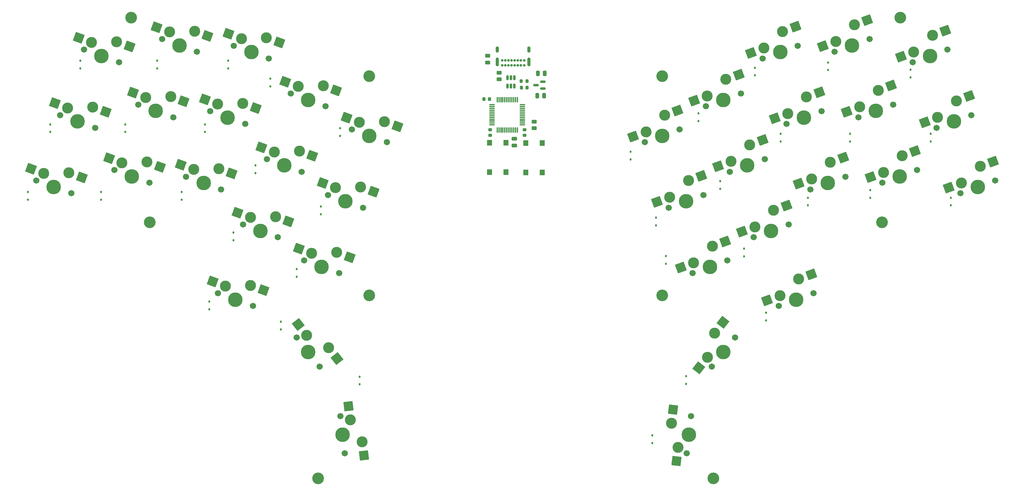
<source format=gbr>
%TF.GenerationSoftware,KiCad,Pcbnew,(7.0.0)*%
%TF.CreationDate,2023-03-24T16:17:47-04:00*%
%TF.ProjectId,pteropus,70746572-6f70-4757-932e-6b696361645f,rev?*%
%TF.SameCoordinates,Original*%
%TF.FileFunction,Soldermask,Bot*%
%TF.FilePolarity,Negative*%
%FSLAX46Y46*%
G04 Gerber Fmt 4.6, Leading zero omitted, Abs format (unit mm)*
G04 Created by KiCad (PCBNEW (7.0.0)) date 2023-03-24 16:17:47*
%MOMM*%
%LPD*%
G01*
G04 APERTURE LIST*
G04 Aperture macros list*
%AMRoundRect*
0 Rectangle with rounded corners*
0 $1 Rounding radius*
0 $2 $3 $4 $5 $6 $7 $8 $9 X,Y pos of 4 corners*
0 Add a 4 corners polygon primitive as box body*
4,1,4,$2,$3,$4,$5,$6,$7,$8,$9,$2,$3,0*
0 Add four circle primitives for the rounded corners*
1,1,$1+$1,$2,$3*
1,1,$1+$1,$4,$5*
1,1,$1+$1,$6,$7*
1,1,$1+$1,$8,$9*
0 Add four rect primitives between the rounded corners*
20,1,$1+$1,$2,$3,$4,$5,0*
20,1,$1+$1,$4,$5,$6,$7,0*
20,1,$1+$1,$6,$7,$8,$9,0*
20,1,$1+$1,$8,$9,$2,$3,0*%
%AMRotRect*
0 Rectangle, with rotation*
0 The origin of the aperture is its center*
0 $1 length*
0 $2 width*
0 $3 Rotation angle, in degrees counterclockwise*
0 Add horizontal line*
21,1,$1,$2,0,0,$3*%
G04 Aperture macros list end*
%ADD10C,1.701800*%
%ADD11C,3.000000*%
%ADD12C,3.987800*%
%ADD13RotRect,2.550000X2.500000X20.000000*%
%ADD14RotRect,2.550000X2.500000X340.000000*%
%ADD15C,3.200000*%
%ADD16RotRect,2.550000X2.500000X308.410000*%
%ADD17RotRect,2.550000X2.500000X51.590000*%
%ADD18RotRect,2.550000X2.500000X276.810000*%
%ADD19RotRect,2.550000X2.500000X83.190000*%
%ADD20RoundRect,0.112500X0.112500X-0.187500X0.112500X0.187500X-0.112500X0.187500X-0.112500X-0.187500X0*%
%ADD21R,1.400000X1.600000*%
%ADD22RoundRect,0.250000X0.450000X-0.262500X0.450000X0.262500X-0.450000X0.262500X-0.450000X-0.262500X0*%
%ADD23RoundRect,0.250000X0.475000X-0.250000X0.475000X0.250000X-0.475000X0.250000X-0.475000X-0.250000X0*%
%ADD24RoundRect,0.225000X-0.225000X-0.250000X0.225000X-0.250000X0.225000X0.250000X-0.225000X0.250000X0*%
%ADD25RoundRect,0.150000X0.150000X-0.512500X0.150000X0.512500X-0.150000X0.512500X-0.150000X-0.512500X0*%
%ADD26RoundRect,0.250000X-0.250000X-0.475000X0.250000X-0.475000X0.250000X0.475000X-0.250000X0.475000X0*%
%ADD27RoundRect,0.112500X-0.112500X0.187500X-0.112500X-0.187500X0.112500X-0.187500X0.112500X0.187500X0*%
%ADD28C,0.700000*%
%ADD29O,0.900000X1.700000*%
%ADD30O,0.900000X2.400000*%
%ADD31RoundRect,0.225000X0.225000X0.250000X-0.225000X0.250000X-0.225000X-0.250000X0.225000X-0.250000X0*%
%ADD32RoundRect,0.200000X-0.200000X-0.275000X0.200000X-0.275000X0.200000X0.275000X-0.200000X0.275000X0*%
%ADD33RoundRect,0.250000X-0.450000X0.262500X-0.450000X-0.262500X0.450000X-0.262500X0.450000X0.262500X0*%
%ADD34RoundRect,0.250000X0.250000X0.475000X-0.250000X0.475000X-0.250000X-0.475000X0.250000X-0.475000X0*%
%ADD35RoundRect,0.075000X0.075000X-0.662500X0.075000X0.662500X-0.075000X0.662500X-0.075000X-0.662500X0*%
%ADD36RoundRect,0.075000X0.662500X-0.075000X0.662500X0.075000X-0.662500X0.075000X-0.662500X-0.075000X0*%
%ADD37RoundRect,0.225000X-0.250000X0.225000X-0.250000X-0.225000X0.250000X-0.225000X0.250000X0.225000X0*%
%ADD38RoundRect,0.150000X0.587500X0.150000X-0.587500X0.150000X-0.587500X-0.150000X0.587500X-0.150000X0*%
G04 APERTURE END LIST*
D10*
%TO.C,SW19*%
X58445361Y-31167462D03*
D11*
X58770040Y-28346277D03*
D12*
X63219000Y-29430000D03*
D11*
X63868357Y-23787630D03*
D10*
X67992639Y-27692538D03*
D13*
X67392203Y-22505054D03*
X55246192Y-29628852D03*
%TD*%
D10*
%TO.C,SW27*%
X-57804639Y-55398538D03*
D11*
X-55742498Y-53446084D03*
D12*
X-53031000Y-57136000D03*
D11*
X-48906718Y-53231093D03*
D10*
X-48257361Y-58873462D03*
D14*
X-45382870Y-54513667D03*
X-59266344Y-52163507D03*
%TD*%
D15*
%TO.C,H3*%
X105000000Y11000000D03*
%TD*%
D10*
%TO.C,SW5*%
X-76984639Y3301462D03*
D11*
X-74922498Y5253916D03*
D12*
X-72211000Y1564000D03*
D11*
X-68086718Y5468907D03*
D10*
X-67437361Y-173462D03*
D14*
X-64562870Y4186331D03*
X-78446344Y6536491D03*
%TD*%
D10*
%TO.C,SW18*%
X41741361Y-40971462D03*
D11*
X42066040Y-38150277D03*
D12*
X46515000Y-39234000D03*
D11*
X47164357Y-33591630D03*
D10*
X51288639Y-37496538D03*
D13*
X50688203Y-32309054D03*
X38542192Y-39432852D03*
%TD*%
D10*
%TO.C,SW12*%
X108369361Y-1237462D03*
D11*
X108694040Y1583723D03*
D12*
X113143000Y500000D03*
D11*
X113792357Y6142370D03*
D10*
X117916639Y2237462D03*
D13*
X117316203Y7424944D03*
X105170192Y301146D03*
%TD*%
D10*
%TO.C,SW10*%
X67437361Y-173462D03*
D11*
X67762040Y2647723D03*
D12*
X72211000Y1564000D03*
D11*
X72860357Y7206370D03*
D10*
X76984639Y3301462D03*
D13*
X76384203Y8488944D03*
X64238192Y1365146D03*
%TD*%
D15*
%TO.C,H8*%
X-100000000Y-45000000D03*
%TD*%
D10*
%TO.C,SW11*%
X87048361Y1643538D03*
D11*
X87373040Y4464723D03*
D12*
X91822000Y3381000D03*
D11*
X92471357Y9023370D03*
D10*
X96595639Y5118462D03*
D13*
X95995203Y10305944D03*
X83849192Y3182146D03*
%TD*%
D10*
%TO.C,SW16*%
X-67993639Y-27692538D03*
D11*
X-65931498Y-25740084D03*
D12*
X-63220000Y-29430000D03*
D11*
X-59095718Y-25525093D03*
D10*
X-58446361Y-31167462D03*
D14*
X-55571870Y-26807667D03*
X-69455344Y-24457507D03*
%TD*%
D10*
%TO.C,SW4*%
X-96596639Y5118462D03*
D11*
X-94534498Y7070916D03*
D12*
X-91823000Y3381000D03*
D11*
X-87698718Y7285907D03*
D10*
X-87049361Y1643538D03*
D14*
X-84174870Y6003331D03*
X-98058344Y8353491D03*
%TD*%
D10*
%TO.C,SW14*%
X-103111639Y-12782538D03*
D11*
X-101049498Y-10830084D03*
D12*
X-98338000Y-14520000D03*
D11*
X-94213718Y-10615093D03*
D10*
X-93564361Y-16257462D03*
D14*
X-90689870Y-11897667D03*
X-104573344Y-9547507D03*
%TD*%
D10*
%TO.C,SW25*%
X-90015639Y-32500538D03*
D11*
X-87953498Y-30548084D03*
D12*
X-85242000Y-34238000D03*
D11*
X-81117718Y-30333093D03*
D10*
X-80468361Y-35975462D03*
D14*
X-77593870Y-31615667D03*
X-91477344Y-29265507D03*
%TD*%
D10*
%TO.C,SW8*%
X35226361Y-23070462D03*
D11*
X35551040Y-20249277D03*
D12*
X40000000Y-21333000D03*
D11*
X40649357Y-15690630D03*
D10*
X44773639Y-19595538D03*
D13*
X44173203Y-14408054D03*
X32027192Y-21531852D03*
%TD*%
D10*
%TO.C,SW15*%
X-83468639Y-14599538D03*
D11*
X-81406498Y-12647084D03*
D12*
X-78695000Y-16337000D03*
D11*
X-74570718Y-12432093D03*
D10*
X-73921361Y-18074462D03*
D14*
X-71046870Y-13714667D03*
X-84930344Y-11364507D03*
%TD*%
D10*
%TO.C,SW28*%
X48257361Y-58873462D03*
D11*
X48582040Y-56052277D03*
D12*
X53031000Y-57136000D03*
D11*
X53680357Y-51493630D03*
D10*
X57804639Y-55398538D03*
D13*
X57204203Y-50211054D03*
X45058192Y-57334852D03*
%TD*%
D10*
%TO.C,SW3*%
X-117917639Y2237462D03*
D11*
X-115855498Y4189916D03*
D12*
X-113144000Y500000D03*
D11*
X-109019718Y4404907D03*
D10*
X-108370361Y-1237462D03*
D14*
X-105495870Y3122331D03*
X-119379344Y5472491D03*
%TD*%
D15*
%TO.C,H6*%
X-40000000Y-65000000D03*
%TD*%
D10*
%TO.C,SW20*%
X73952361Y-18074462D03*
D11*
X74277040Y-15253277D03*
D12*
X78726000Y-16337000D03*
D11*
X79375357Y-10694630D03*
D10*
X83499639Y-14599538D03*
D13*
X82899203Y-9412054D03*
X70753192Y-16535852D03*
%TD*%
D15*
%TO.C,H1*%
X-105000000Y11000000D03*
%TD*%
D10*
%TO.C,SW34*%
X-59860126Y-76474388D03*
D11*
X-57080788Y-75891478D03*
D12*
X-56704000Y-80455000D03*
D11*
X-51145325Y-79289180D03*
D10*
X-53547874Y-84435612D03*
D16*
X-48815507Y-82227623D03*
X-59410604Y-72953033D03*
%TD*%
D10*
%TO.C,SW38*%
X71801361Y-67862462D03*
D11*
X72126040Y-65041277D03*
D12*
X76575000Y-66125000D03*
D11*
X77224357Y-60482630D03*
D10*
X81348639Y-64387538D03*
D13*
X80748203Y-59200054D03*
X68602192Y-66323852D03*
%TD*%
D10*
%TO.C,SW26*%
X-74508639Y-45593538D03*
D11*
X-72446498Y-43641084D03*
D12*
X-69735000Y-47331000D03*
D11*
X-65610718Y-43426093D03*
D10*
X-64961361Y-49068462D03*
D14*
X-62086870Y-44708667D03*
X-75970344Y-42358507D03*
%TD*%
D10*
%TO.C,SW24*%
X-109627639Y-30683538D03*
D11*
X-107565498Y-28731084D03*
D12*
X-104854000Y-32421000D03*
D11*
X-100729718Y-28516093D03*
D10*
X-100080361Y-34158462D03*
D14*
X-97205870Y-29798667D03*
X-111089344Y-27448507D03*
%TD*%
D15*
%TO.C,H7*%
X-40000000Y-5000000D03*
%TD*%
D10*
%TO.C,SW22*%
X114885361Y-19138462D03*
D11*
X115210040Y-16317277D03*
D12*
X119659000Y-17401000D03*
D11*
X120308357Y-11758630D03*
D10*
X124432639Y-15663538D03*
D13*
X123832203Y-10476054D03*
X111686192Y-17599852D03*
%TD*%
D10*
%TO.C,SW33*%
X-81349639Y-64387538D03*
D11*
X-79287498Y-62435084D03*
D12*
X-76576000Y-66125000D03*
D11*
X-72451718Y-62220093D03*
D10*
X-71802361Y-67862462D03*
D14*
X-68927870Y-63502667D03*
X-82811344Y-61152507D03*
%TD*%
D10*
%TO.C,SW32*%
X121400361Y-37039462D03*
D11*
X121725040Y-34218277D03*
D12*
X126174000Y-35302000D03*
D11*
X126823357Y-29659630D03*
D10*
X130947639Y-33564538D03*
D13*
X130347203Y-28377054D03*
X118201192Y-35500852D03*
%TD*%
D10*
%TO.C,SW37*%
X53546874Y-84435612D03*
D11*
X52345600Y-81862396D03*
D12*
X56703000Y-80455000D03*
D11*
X54300451Y-75308568D03*
D10*
X59859126Y-76474388D03*
D17*
X56630267Y-72370124D03*
X50015782Y-84800839D03*
%TD*%
D10*
%TO.C,SW9*%
X51930361Y-13266462D03*
D11*
X52255040Y-10445277D03*
D12*
X56704000Y-11529000D03*
D11*
X57353357Y-5886630D03*
D10*
X61477639Y-9791538D03*
D13*
X60877203Y-4604054D03*
X48731192Y-11727852D03*
%TD*%
D10*
%TO.C,SW6*%
X-61477639Y-9791538D03*
D11*
X-59415498Y-7839084D03*
D12*
X-56704000Y-11529000D03*
D11*
X-52579718Y-7624093D03*
D10*
X-51930361Y-13266462D03*
D14*
X-49055870Y-8906667D03*
X-62939344Y-6556507D03*
%TD*%
D10*
%TO.C,SW7*%
X-44773639Y-19595538D03*
D11*
X-42711498Y-17643084D03*
D12*
X-40000000Y-21333000D03*
D11*
X-35875718Y-17428093D03*
D10*
X-35226361Y-23070462D03*
D14*
X-32351870Y-18710667D03*
X-46235344Y-16360507D03*
%TD*%
D15*
%TO.C,H5*%
X100000000Y-45000000D03*
%TD*%
%TO.C,H4*%
X40000000Y-65000000D03*
%TD*%
D10*
%TO.C,SW31*%
X100079361Y-34158462D03*
D11*
X100404040Y-31337277D03*
D12*
X104853000Y-32421000D03*
D11*
X105502357Y-26778630D03*
D10*
X109626639Y-30683538D03*
D13*
X109026203Y-25496054D03*
X96880192Y-32619852D03*
%TD*%
D10*
%TO.C,SW13*%
X-124433639Y-15663538D03*
D11*
X-122371498Y-13711084D03*
D12*
X-119660000Y-17401000D03*
D11*
X-115535718Y-13496093D03*
D10*
X-114886361Y-19138462D03*
D14*
X-112011870Y-14778667D03*
X-125895344Y-12428507D03*
%TD*%
D10*
%TO.C,SW30*%
X80468361Y-35975462D03*
D11*
X80793040Y-33154277D03*
D12*
X85242000Y-34238000D03*
D11*
X85891357Y-28595630D03*
D10*
X90015639Y-32500538D03*
D13*
X89415203Y-27313054D03*
X77269192Y-34436852D03*
%TD*%
D10*
%TO.C,SW21*%
X93563361Y-16257462D03*
D11*
X93888040Y-13436277D03*
D12*
X98337000Y-14520000D03*
D11*
X98986357Y-8877630D03*
D10*
X103110639Y-12782538D03*
D13*
X102510203Y-7595054D03*
X90364192Y-14718852D03*
%TD*%
D10*
%TO.C,SW29*%
X64961361Y-49068462D03*
D11*
X65286040Y-46247277D03*
D12*
X69735000Y-47331000D03*
D11*
X70384357Y-41688630D03*
D10*
X74508639Y-45593538D03*
D13*
X73908203Y-40406054D03*
X61762192Y-47529852D03*
%TD*%
D15*
%TO.C,H2*%
X40000000Y-5000000D03*
%TD*%
D10*
%TO.C,SW35*%
X-47887373Y-98027840D03*
D11*
X-45214700Y-98987694D03*
D12*
X-47285000Y-103072000D03*
D11*
X-41939654Y-104991707D03*
D10*
X-46682627Y-108116160D03*
D18*
X-41494988Y-108715249D03*
X-45659363Y-95264150D03*
%TD*%
D10*
%TO.C,SW17*%
X-51289639Y-37496538D03*
D11*
X-49227498Y-35544084D03*
D12*
X-46516000Y-39234000D03*
D11*
X-42391718Y-35329093D03*
D10*
X-41742361Y-40971462D03*
D14*
X-38867870Y-36611667D03*
X-52751344Y-34261507D03*
%TD*%
D15*
%TO.C,H10*%
X54000000Y-115000000D03*
%TD*%
D10*
%TO.C,SW36*%
X46681627Y-108116160D03*
D11*
X44310141Y-106553934D03*
D12*
X47284000Y-103072000D03*
D11*
X42541027Y-99947548D03*
D10*
X47886373Y-98027840D03*
D19*
X42985690Y-96224003D03*
X43865475Y-110277476D03*
%TD*%
D10*
%TO.C,SW23*%
X-130948639Y-33564538D03*
D11*
X-128886498Y-31612084D03*
D12*
X-126175000Y-35302000D03*
D11*
X-122050718Y-31397093D03*
D10*
X-121401361Y-37039462D03*
D14*
X-118526870Y-32679667D03*
X-132410344Y-30329507D03*
%TD*%
D15*
%TO.C,H9*%
X-54000000Y-115000000D03*
%TD*%
D20*
%TO.C,D25*%
X-59800000Y-59900000D03*
X-59800000Y-57800000D03*
%TD*%
%TO.C,D6*%
X31325000Y-27800000D03*
X31325000Y-25700000D03*
%TD*%
%TO.C,D29*%
X96840000Y-38290000D03*
X96840000Y-36190000D03*
%TD*%
%TO.C,D7*%
X49900000Y-17300000D03*
X49900000Y-15200000D03*
%TD*%
%TO.C,D9*%
X85325000Y-3362500D03*
X85325000Y-1262500D03*
%TD*%
%TO.C,D21*%
X-133221250Y-38762500D03*
X-133221250Y-36662500D03*
%TD*%
D21*
%TO.C,SW2*%
X-7199999Y-23249999D03*
X-7199999Y-31249999D03*
X-2699999Y-23249999D03*
X-2699999Y-31249999D03*
%TD*%
D20*
%TO.C,D10*%
X107825000Y-5362500D03*
X107825000Y-3262500D03*
%TD*%
D22*
%TO.C,R1*%
X5000000Y-19262500D03*
X5000000Y-17437500D03*
%TD*%
D23*
%TO.C,C3*%
X-400000Y-24000000D03*
X-400000Y-22100000D03*
%TD*%
D24*
%TO.C,C4*%
X1525000Y-8150000D03*
X3075000Y-8150000D03*
%TD*%
D20*
%TO.C,D27*%
X62325000Y-54300000D03*
X62325000Y-52200000D03*
%TD*%
D25*
%TO.C,U2*%
X-372548Y-7724244D03*
X-1322548Y-7724244D03*
X-2272548Y-7724244D03*
X-2272548Y-5449244D03*
X-1322548Y-5449244D03*
X-372548Y-5449244D03*
%TD*%
D20*
%TO.C,D30*%
X118825000Y-40362500D03*
X118825000Y-38262500D03*
%TD*%
D21*
%TO.C,SW1*%
X7199999Y-31349999D03*
X7199999Y-23349999D03*
X2699999Y-31349999D03*
X2699999Y-23349999D03*
%TD*%
D26*
%TO.C,C1*%
X6027452Y-4250000D03*
X7927452Y-4250000D03*
%TD*%
D20*
%TO.C,D11*%
X-127175000Y-20300000D03*
X-127175000Y-18200000D03*
%TD*%
%TO.C,D28*%
X79825000Y-40362500D03*
X79825000Y-38262500D03*
%TD*%
%TO.C,D17*%
X55825000Y-35862500D03*
X55825000Y-33762500D03*
%TD*%
D27*
%TO.C,D26*%
X41000000Y-54200000D03*
X41000000Y-56300000D03*
%TD*%
D20*
%TO.C,D5*%
X-48000000Y-21370000D03*
X-48000000Y-19270000D03*
%TD*%
%TO.C,D31*%
X-83675000Y-68800000D03*
X-83675000Y-66700000D03*
%TD*%
D28*
%TO.C,J1*%
X-3672524Y-2076744D03*
X-2822524Y-2076744D03*
X-1972524Y-2076744D03*
X-1122524Y-2076744D03*
X-272524Y-2076744D03*
X577476Y-2076744D03*
X1427476Y-2076744D03*
X2277476Y-2076744D03*
X2277476Y-726744D03*
X1427476Y-726744D03*
X577476Y-726744D03*
X-272524Y-726744D03*
X-1122524Y-726744D03*
X-1972524Y-726744D03*
X-2822524Y-726744D03*
X-3672524Y-726744D03*
D29*
X-5022523Y2283255D03*
D30*
X-5022523Y-1096743D03*
D29*
X3627475Y2283255D03*
D30*
X3627475Y-1096743D03*
%TD*%
D20*
%TO.C,D35*%
X46500000Y-89200000D03*
X46500000Y-87100000D03*
%TD*%
D31*
%TO.C,C6*%
X-7125000Y-11250000D03*
X-8675000Y-11250000D03*
%TD*%
D20*
%TO.C,D15*%
X-53200000Y-42800000D03*
X-53200000Y-40700000D03*
%TD*%
%TO.C,D4*%
X-67000000Y-7800000D03*
X-67000000Y-5700000D03*
%TD*%
%TO.C,D3*%
X-78500000Y-2900000D03*
X-78500000Y-800000D03*
%TD*%
%TO.C,D1*%
X-118900000Y-2900000D03*
X-118900000Y-800000D03*
%TD*%
%TO.C,D36*%
X68325000Y-71800000D03*
X68325000Y-69700000D03*
%TD*%
%TO.C,D20*%
X113325000Y-22862500D03*
X113325000Y-20762500D03*
%TD*%
%TO.C,D2*%
X-97900000Y-2900000D03*
X-97900000Y-800000D03*
%TD*%
%TO.C,D12*%
X-106675000Y-20300000D03*
X-106675000Y-18200000D03*
%TD*%
D32*
%TO.C,FB1*%
X1437500Y-6386744D03*
X3087500Y-6386744D03*
%TD*%
D20*
%TO.C,D16*%
X38325000Y-45800000D03*
X38325000Y-43700000D03*
%TD*%
%TO.C,D8*%
X65325000Y-4800000D03*
X65325000Y-2700000D03*
%TD*%
D33*
%TO.C,R2*%
X-4500000Y-4074244D03*
X-4500000Y-5899244D03*
%TD*%
D20*
%TO.C,D14*%
X-71100000Y-31500000D03*
X-71100000Y-29400000D03*
%TD*%
D34*
%TO.C,C2*%
X7750000Y-10350000D03*
X5850000Y-10350000D03*
%TD*%
D27*
%TO.C,D34*%
X37325000Y-103262500D03*
X37325000Y-105362500D03*
%TD*%
D35*
%TO.C,U3*%
X427452Y-19749244D03*
X-72548Y-19749244D03*
X-572548Y-19749244D03*
X-1072548Y-19749244D03*
X-1572548Y-19749244D03*
X-2072548Y-19749244D03*
X-2572548Y-19749244D03*
X-3072548Y-19749244D03*
X-3572548Y-19749244D03*
X-4072548Y-19749244D03*
X-4572548Y-19749244D03*
X-5072548Y-19749244D03*
D36*
X-6485048Y-18336744D03*
X-6485048Y-17836744D03*
X-6485048Y-17336744D03*
X-6485048Y-16836744D03*
X-6485048Y-16336744D03*
X-6485048Y-15836744D03*
X-6485048Y-15336744D03*
X-6485048Y-14836744D03*
X-6485048Y-14336744D03*
X-6485048Y-13836744D03*
X-6485048Y-13336744D03*
X-6485048Y-12836744D03*
D35*
X-5072548Y-11424244D03*
X-4572548Y-11424244D03*
X-4072548Y-11424244D03*
X-3572548Y-11424244D03*
X-3072548Y-11424244D03*
X-2572548Y-11424244D03*
X-2072548Y-11424244D03*
X-1572548Y-11424244D03*
X-1072548Y-11424244D03*
X-572548Y-11424244D03*
X-72548Y-11424244D03*
X427452Y-11424244D03*
D36*
X1839952Y-12836744D03*
X1839952Y-13336744D03*
X1839952Y-13836744D03*
X1839952Y-14336744D03*
X1839952Y-14836744D03*
X1839952Y-15336744D03*
X1839952Y-15836744D03*
X1839952Y-16336744D03*
X1839952Y-16836744D03*
X1839952Y-17336744D03*
X1839952Y-17836744D03*
X1839952Y-18336744D03*
%TD*%
D37*
%TO.C,C5*%
X2400000Y-19675000D03*
X2400000Y-21225000D03*
%TD*%
D20*
%TO.C,D32*%
X-64175000Y-74300000D03*
X-64175000Y-72200000D03*
%TD*%
D37*
%TO.C,C7*%
X-7000000Y-19675000D03*
X-7000000Y-21225000D03*
%TD*%
D27*
%TO.C,D33*%
X-42675000Y-87200000D03*
X-42675000Y-89300000D03*
%TD*%
D33*
%TO.C,R3*%
X-7700000Y562500D03*
X-7700000Y-1262500D03*
%TD*%
D20*
%TO.C,D23*%
X-91221250Y-38762500D03*
X-91221250Y-36662500D03*
%TD*%
%TO.C,D13*%
X-84900000Y-20300000D03*
X-84900000Y-18200000D03*
%TD*%
D38*
%TO.C,U1*%
X7414952Y-6536744D03*
X7414952Y-8436744D03*
X5539952Y-7486744D03*
%TD*%
D20*
%TO.C,D19*%
X91325000Y-22862500D03*
X91325000Y-20762500D03*
%TD*%
%TO.C,D18*%
X72325000Y-22862500D03*
X72325000Y-20762500D03*
%TD*%
%TO.C,D22*%
X-113221250Y-38762500D03*
X-113221250Y-36662500D03*
%TD*%
%TO.C,D24*%
X-77100000Y-49900000D03*
X-77100000Y-47800000D03*
%TD*%
M02*

</source>
